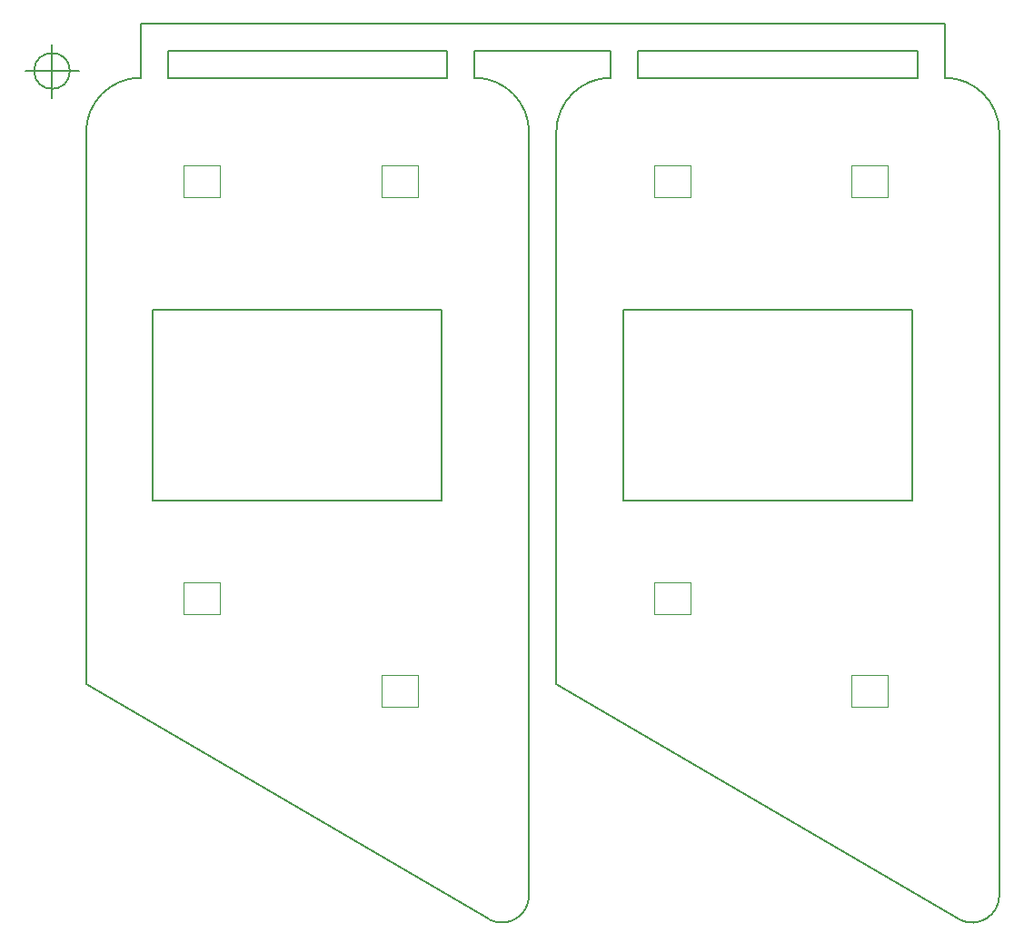
<source format=gm1>
G04 #@! TF.GenerationSoftware,KiCad,Pcbnew,5.1.5+dfsg1-2build2*
G04 #@! TF.CreationDate,2020-12-19T04:00:09+09:00*
G04 #@! TF.ProjectId,shield,73686965-6c64-42e6-9b69-6361645f7063,rev?*
G04 #@! TF.SameCoordinates,Original*
G04 #@! TF.FileFunction,Profile,NP*
%FSLAX46Y46*%
G04 Gerber Fmt 4.6, Leading zero omitted, Abs format (unit mm)*
G04 Created by KiCad (PCBNEW 5.1.5+dfsg1-2build2) date 2020-12-19 04:00:09*
%MOMM*%
%LPD*%
G04 APERTURE LIST*
%ADD10C,0.150000*%
%ADD11C,0.120000*%
G04 APERTURE END LIST*
D10*
X38735000Y-43180000D02*
X38735000Y-45720000D01*
X64770000Y-43180000D02*
X38735000Y-43180000D01*
X64770000Y-45720000D02*
X64770000Y-43180000D01*
X67310000Y-43180000D02*
X67310000Y-45720000D01*
X80010000Y-43180000D02*
X67310000Y-43180000D01*
X80010000Y-45720000D02*
X80010000Y-43180000D01*
X82550000Y-43180000D02*
X82550000Y-45720000D01*
X108585000Y-43180000D02*
X82550000Y-43180000D01*
X108585000Y-45720000D02*
X108585000Y-43180000D01*
X111125000Y-40640000D02*
X111125000Y-45720000D01*
X36195000Y-40640000D02*
X111125000Y-40640000D01*
X36195000Y-45720000D02*
X36195000Y-40640000D01*
X82550000Y-45720000D02*
X108585000Y-45720000D01*
X74930000Y-50800000D02*
G75*
G02X80010000Y-45720000I5080000J0D01*
G01*
X111125000Y-45720000D02*
G75*
G02X116205000Y-50800000I0J-5080000D01*
G01*
X112529077Y-124191845D02*
G75*
G03X116205000Y-121920000I1135923J2271845D01*
G01*
X116205000Y-121920000D02*
X116205000Y-50800000D01*
X112529077Y-124191845D02*
X74930000Y-102235000D01*
X74930000Y-102235000D02*
X74930000Y-50800000D01*
X81153000Y-67310000D02*
X108077000Y-67310000D01*
X108077000Y-67310000D02*
X108077000Y-85090000D01*
X108077000Y-85090000D02*
X81153000Y-85090000D01*
X81153000Y-85090000D02*
X81153000Y-67310000D01*
X64262000Y-85090000D02*
X37338000Y-85090000D01*
X37338000Y-85090000D02*
X37338000Y-67310000D01*
X64262000Y-67310000D02*
X64262000Y-85090000D01*
X37338000Y-67310000D02*
X64262000Y-67310000D01*
X31115000Y-102235000D02*
X31115000Y-50800000D01*
X68714077Y-124191845D02*
X31115000Y-102235000D01*
X72390000Y-121920000D02*
X72390000Y-50800000D01*
X68714077Y-124191845D02*
G75*
G03X72390000Y-121920000I1135923J2271845D01*
G01*
X67310000Y-45720000D02*
G75*
G02X72390000Y-50800000I0J-5080000D01*
G01*
X31115000Y-50800000D02*
G75*
G02X36195000Y-45720000I5080000J0D01*
G01*
X38735000Y-45720000D02*
X64770000Y-45720000D01*
X29606666Y-45085000D02*
G75*
G03X29606666Y-45085000I-1666666J0D01*
G01*
X25440000Y-45085000D02*
X30440000Y-45085000D01*
X27940000Y-42585000D02*
X27940000Y-47585000D01*
D11*
X87425000Y-92734000D02*
X87425000Y-95734000D01*
X87425000Y-95734000D02*
X84025000Y-95734000D01*
X84025000Y-95734000D02*
X84025000Y-92734000D01*
X84025000Y-92734000D02*
X87425000Y-92734000D01*
X105840000Y-101370000D02*
X105840000Y-104370000D01*
X105840000Y-104370000D02*
X102440000Y-104370000D01*
X102440000Y-104370000D02*
X102440000Y-101370000D01*
X102440000Y-101370000D02*
X105840000Y-101370000D01*
X87425000Y-53872000D02*
X87425000Y-56872000D01*
X87425000Y-56872000D02*
X84025000Y-56872000D01*
X84025000Y-56872000D02*
X84025000Y-53872000D01*
X84025000Y-53872000D02*
X87425000Y-53872000D01*
X105840000Y-53872000D02*
X105840000Y-56872000D01*
X105840000Y-56872000D02*
X102440000Y-56872000D01*
X102440000Y-56872000D02*
X102440000Y-53872000D01*
X102440000Y-53872000D02*
X105840000Y-53872000D01*
X40210000Y-92734000D02*
X43610000Y-92734000D01*
X40210000Y-95734000D02*
X40210000Y-92734000D01*
X43610000Y-95734000D02*
X40210000Y-95734000D01*
X43610000Y-92734000D02*
X43610000Y-95734000D01*
X40210000Y-53872000D02*
X43610000Y-53872000D01*
X40210000Y-56872000D02*
X40210000Y-53872000D01*
X43610000Y-56872000D02*
X40210000Y-56872000D01*
X43610000Y-53872000D02*
X43610000Y-56872000D01*
X58625000Y-101370000D02*
X62025000Y-101370000D01*
X58625000Y-104370000D02*
X58625000Y-101370000D01*
X62025000Y-104370000D02*
X58625000Y-104370000D01*
X62025000Y-101370000D02*
X62025000Y-104370000D01*
X58625000Y-53872000D02*
X62025000Y-53872000D01*
X58625000Y-56872000D02*
X58625000Y-53872000D01*
X62025000Y-56872000D02*
X58625000Y-56872000D01*
X62025000Y-53872000D02*
X62025000Y-56872000D01*
M02*

</source>
